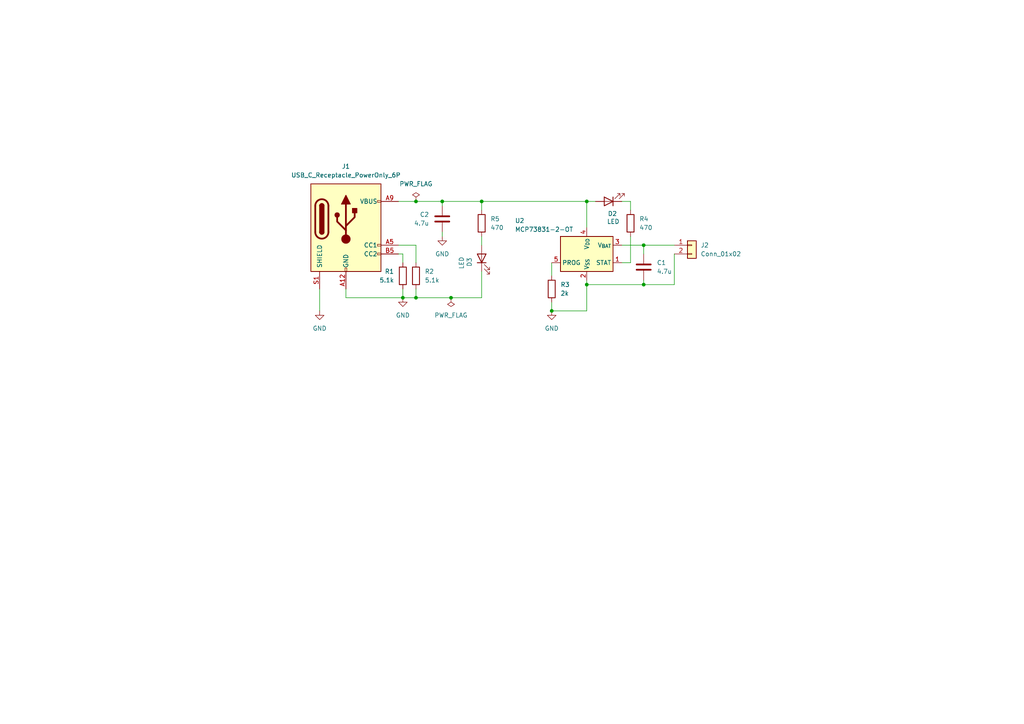
<source format=kicad_sch>
(kicad_sch (version 20250114) (generator "eeschema") (generator_version "9.0")
  (paper "A4")
  (title_block (title "USB-C_LiPol_Charger") (date "2025-05-31") (rev "0"))
  (lib_symbols
    (symbol "Battery_Management:MCP73831-2-OT"
      (property "Reference" "U" (at -7.62 6.35 0))
      (property "Value" "MCP73831-2-OT" (at 1.27 6.35 0))
      (symbol "MCP73831-2-OT_0_1"
        (rectangle (start -7.62 5.08) (end 7.62 -5.08) (stroke (width 0.254)) (fill (type background)))
      )
      (symbol "MCP73831-2-OT_1_1"
        (pin input line (at -10.16 -2.54 0) (length 2.54) (name "PROG") (number "5"))
        (pin power_in line (at 0 7.62 270) (length 2.54) (name "V_{DD}") (number "4"))
        (pin power_in line (at 0 -7.62 90) (length 2.54) (name "V_{SS}") (number "2"))
        (pin power_out line (at 10.16 2.54 180) (length 2.54) (name "V_{BAT}") (number "3"))
        (pin tri_state line (at 10.16 -2.54 180) (length 2.54) (name "STAT") (number "1"))
      )
    )
    (symbol "Connector:USB_C_Receptacle_PowerOnly_6P" (pin_names (offset 1.016))
      (property "Reference" "J" (at 0 16.51 0))
      (property "Value" "USB_C_Receptacle_PowerOnly_6P" (at 0 13.97 0))
      (symbol "USB_C_Receptacle_PowerOnly_6P_0_0"
        (rectangle (start -0.254 -12.7) (end 0.254 -11.684))
        (rectangle (start 10.16 7.874) (end 9.144 7.366))
        (rectangle (start 10.16 -4.826) (end 9.144 -5.334))
        (rectangle (start 10.16 -7.366) (end 9.144 -7.874))
      )
      (symbol "USB_C_Receptacle_PowerOnly_6P_0_1"
        (rectangle (start -10.16 12.7) (end 10.16 -12.7) (stroke (width 0.254)) (fill (type background)))
        (polyline (pts (xy -8.89 -1.27) (xy -8.89 6.35)) (stroke (width 0.508)))
        (rectangle (start -7.62 -1.27) (end -6.35 6.35) (stroke (width 0.254)) (fill (type outline)))
        (arc (start -7.62 6.35) (mid -6.985 6.9823) (end -6.35 6.35) (stroke (width 0.254)))
        (arc (start -7.62 6.35) (mid -6.985 6.9823) (end -6.35 6.35) (stroke (width 0.254)) (fill (type outline)))
        (arc (start -8.89 6.35) (mid -6.985 8.2467) (end -5.08 6.35) (stroke (width 0.508)))
        (arc (start -5.08 -1.27) (mid -6.985 -3.1667) (end -8.89 -1.27) (stroke (width 0.508)))
        (arc (start -6.35 -1.27) (mid -6.985 -1.9023) (end -7.62 -1.27) (stroke (width 0.254)))
        (arc (start -6.35 -1.27) (mid -6.985 -1.9023) (end -7.62 -1.27) (stroke (width 0.254)) (fill (type outline)))
        (polyline (pts (xy -5.08 6.35) (xy -5.08 -1.27)) (stroke (width 0.508)))
        (circle (center -2.54 3.683) (radius 0.635) (stroke (width 0.254)) (fill (type outline)))
        (polyline (pts (xy -1.27 6.858) (xy 0 9.398) (xy 1.27 6.858) (xy -1.27 6.858)) (stroke (width 0.254)) (fill (type outline)))
        (polyline (pts (xy 0 0.508) (xy 2.54 3.048) (xy 2.54 4.318)) (stroke (width 0.508)))
        (polyline (pts (xy 0 -0.762) (xy -2.54 1.778) (xy -2.54 3.048)) (stroke (width 0.508)))
        (polyline (pts (xy 0 -3.302) (xy 0 6.858)) (stroke (width 0.508)))
        (circle (center 0 -3.302) (radius 1.27) (fill (type outline)))
        (rectangle (start 1.905 4.318) (end 3.175 5.588) (stroke (width 0.254)) (fill (type outline)))
      )
      (symbol "USB_C_Receptacle_PowerOnly_6P_1_1"
        (pin passive line (at -7.62 -17.78 90) (length 5.08) (name "SHIELD") (number "S1"))
        (pin passive line (at 0 -17.78 90) (length 5.08) (name "GND") (number "A12"))
        (pin passive line (at 0 -17.78 90) (length 5.08) (hide yes) (name "GND") (number "B12"))
        (pin passive line (at 15.24 7.62 180) (length 5.08) (name "VBUS") (number "A9"))
        (pin passive line (at 15.24 7.62 180) (length 5.08) (hide yes) (name "VBUS") (number "B9"))
        (pin bidirectional line (at 15.24 -5.08 180) (length 5.08) (name "CC1") (number "A5"))
        (pin bidirectional line (at 15.24 -7.62 180) (length 5.08) (name "CC2") (number "B5"))
      )
    )
    (symbol "Connector_Generic:Conn_01x02" (pin_names (offset 1.016) (hide yes))
      (property "Reference" "J" (at 0 2.54 0))
      (property "Value" "Conn_01x02" (at 0 -5.08 0))
      (symbol "Conn_01x02_1_1"
        (rectangle (start -1.27 1.27) (end 1.27 -3.81) (stroke (width 0.254)) (fill (type background)))
        (rectangle (start -1.27 0.127) (end 0 -0.127) (stroke (width 0.1524)))
        (rectangle (start -1.27 -2.413) (end 0 -2.667) (stroke (width 0.1524)))
        (pin passive line (at -5.08 0 0) (length 3.81) (name "Pin_1") (number "1"))
        (pin passive line (at -5.08 -2.54 0) (length 3.81) (name "Pin_2") (number "2"))
      )
    )
    (symbol "Device:C" (pin_numbers (hide yes)) (pin_names (offset 0.254))
      (property "Reference" "C" (at 0.635 2.54 0))
      (property "Value" "C" (at 0.635 -2.54 0))
      (symbol "C_0_1"
        (polyline (pts (xy -2.032 0.762) (xy 2.032 0.762)) (stroke (width 0.508)))
        (polyline (pts (xy -2.032 -0.762) (xy 2.032 -0.762)) (stroke (width 0.508)))
      )
      (symbol "C_1_1"
        (pin passive line (at 0 3.81 270) (length 2.794) (name "~") (number "1"))
        (pin passive line (at 0 -3.81 90) (length 2.794) (name "~") (number "2"))
      )
    )
    (symbol "Device:LED" (pin_numbers (hide yes)) (pin_names (offset 1.016) (hide yes))
      (property "Reference" "D" (at 0 2.54 0))
      (property "Value" "LED" (at 0 -2.54 0))
      (symbol "LED_0_1"
        (polyline (pts (xy -3.048 -0.762) (xy -4.572 -2.286) (xy -3.81 -2.286) (xy -4.572 -2.286) (xy -4.572 -1.524)))
        (polyline (pts (xy -1.778 -0.762) (xy -3.302 -2.286) (xy -2.54 -2.286) (xy -3.302 -2.286) (xy -3.302 -1.524)))
        (polyline (pts (xy -1.27 0) (xy 1.27 0)))
        (polyline (pts (xy -1.27 -1.27) (xy -1.27 1.27)) (stroke (width 0.254)))
        (polyline (pts (xy 1.27 -1.27) (xy 1.27 1.27) (xy -1.27 0) (xy 1.27 -1.27)) (stroke (width 0.254)))
      )
      (symbol "LED_1_1"
        (pin passive line (at -3.81 0 0) (length 2.54) (name "K") (number "1"))
        (pin passive line (at 3.81 0 180) (length 2.54) (name "A") (number "2"))
      )
    )
    (symbol "Device:R" (pin_numbers (hide yes)) (pin_names (offset 0))
      (property "Reference" "R" (at 2.032 0 90))
      (property "Value" "R" (at 0 0 90))
      (symbol "R_0_1"
        (rectangle (start -1.016 -2.54) (end 1.016 2.54) (stroke (width 0.254)))
      )
      (symbol "R_1_1"
        (pin passive line (at 0 3.81 270) (length 1.27) (name "~") (number "1"))
        (pin passive line (at 0 -3.81 90) (length 1.27) (name "~") (number "2"))
      )
    )
    (symbol "power:GND" (power) (pin_numbers (hide yes)) (pin_names (offset 0) (hide yes))
      (property "Value" "GND" (at 0 -3.81 0))
      (symbol "GND_0_1"
        (polyline (pts (xy 0 0) (xy 0 -1.27) (xy 1.27 -1.27) (xy 0 -2.54) (xy -1.27 -1.27) (xy 0 -1.27)))
      )
      (symbol "GND_1_1"
        (pin power_in line (at 0 0 270) (length 0) (name "~") (number "1"))
      )
    )
    (symbol "power:PWR_FLAG" (power) (pin_numbers (hide yes)) (pin_names (offset 0) (hide yes))
      (property "Value" "PWR_FLAG" (at 0 3.81 0))
      (symbol "PWR_FLAG_0_0"
        (pin power_out line (at 0 0 90) (length 0) (name "~") (number "1"))
      )
      (symbol "PWR_FLAG_0_1"
        (polyline (pts (xy 0 0) (xy 0 1.27) (xy -1.016 1.905) (xy 0 2.54) (xy 1.016 1.905) (xy 0 1.27)))
      )
    )
  )
  (junction (at 120.65 58.42))
  (junction (at 160.02 90.17))
  (junction (at 170.18 58.42))
  (junction (at 128.27 58.42))
  (junction (at 170.18 82.55))
  (junction (at 186.69 71.12))
  (junction (at 186.69 82.55))
  (junction (at 116.84 86.36))
  (junction (at 120.65 86.36))
  (junction (at 139.7 58.42))
  (junction (at 130.81 86.36))
  (wire (pts (xy 186.69 71.12) (xy 186.69 73.66)))
  (wire (pts (xy 180.34 71.12) (xy 186.69 71.12)))
  (wire (pts (xy 182.88 68.58) (xy 182.88 76.2)))
  (wire (pts (xy 100.33 86.36) (xy 116.84 86.36)))
  (wire (pts (xy 128.27 67.31) (xy 128.27 68.58)))
  (wire (pts (xy 130.81 86.36) (xy 139.7 86.36)))
  (wire (pts (xy 116.84 83.82) (xy 116.84 86.36)))
  (wire (pts (xy 182.88 76.2) (xy 180.34 76.2)))
  (wire (pts (xy 170.18 81.28) (xy 170.18 82.55)))
  (wire (pts (xy 160.02 87.63) (xy 160.02 90.17)))
  (wire (pts (xy 160.02 90.17) (xy 170.18 90.17)))
  (wire (pts (xy 139.7 78.74) (xy 139.7 86.36)))
  (wire (pts (xy 120.65 83.82) (xy 120.65 86.36)))
  (wire (pts (xy 120.65 58.42) (xy 128.27 58.42)))
  (wire (pts (xy 182.88 58.42) (xy 180.34 58.42)))
  (wire (pts (xy 139.7 58.42) (xy 170.18 58.42)))
  (wire (pts (xy 182.88 60.96) (xy 182.88 58.42)))
  (wire (pts (xy 139.7 68.58) (xy 139.7 71.12)))
  (wire (pts (xy 115.57 71.12) (xy 120.65 71.12)))
  (wire (pts (xy 115.57 73.66) (xy 116.84 73.66)))
  (wire (pts (xy 170.18 58.42) (xy 170.18 66.04)))
  (wire (pts (xy 92.71 83.82) (xy 92.71 90.17)))
  (wire (pts (xy 120.65 86.36) (xy 130.81 86.36)))
  (wire (pts (xy 160.02 76.2) (xy 160.02 80.01)))
  (wire (pts (xy 128.27 58.42) (xy 139.7 58.42)))
  (wire (pts (xy 100.33 86.36) (xy 100.33 83.82)))
  (wire (pts (xy 186.69 81.28) (xy 186.69 82.55)))
  (wire (pts (xy 195.58 73.66) (xy 195.58 82.55)))
  (wire (pts (xy 116.84 86.36) (xy 120.65 86.36)))
  (wire (pts (xy 115.57 58.42) (xy 120.65 58.42)))
  (wire (pts (xy 170.18 82.55) (xy 170.18 90.17)))
  (wire (pts (xy 139.7 58.42) (xy 139.7 60.96)))
  (wire (pts (xy 170.18 58.42) (xy 172.72 58.42)))
  (wire (pts (xy 128.27 58.42) (xy 128.27 59.69)))
  (wire (pts (xy 195.58 71.12) (xy 186.69 71.12)))
  (wire (pts (xy 120.65 71.12) (xy 120.65 76.2)))
  (wire (pts (xy 170.18 82.55) (xy 186.69 82.55)))
  (wire (pts (xy 116.84 73.66) (xy 116.84 76.2)))
  (wire (pts (xy 195.58 82.55) (xy 186.69 82.55)))
  (symbol (lib_id "Device:R") (at 160.02 83.82 0) (unit 1)
    (property "Reference" "R3" (at 162.56 82.5499 0) (effects (justify left)))
    (property "Value" "2k" (at 162.56 85.0899 0) (effects (justify left)))
    (property "Footprint" "Resistor_SMD:R_0603_1608Metric" (effects (hide yes)))
    (property "Description" "Resistor" (effects (hide yes)))
  )
  (symbol (lib_id "Device:R") (at 120.65 80.01 0) (unit 1)
    (property "Reference" "R2" (at 123.19 78.7399 0) (effects (justify left)))
    (property "Value" "5.1k" (at 123.19 81.2799 0) (effects (justify left)))
    (property "Footprint" "Resistor_SMD:R_0603_1608Metric" (effects (hide yes)))
    (property "Description" "Resistor" (effects (hide yes)))
  )
  (symbol (lib_id "power:GND") (at 116.84 86.36 0) (unit 1)
    (property "Reference" "#PWR02" (effects (hide yes)))
    (property "Value" "GND" (at 116.84 91.44 0))
    (property "Description" "Power symbol creates a global label with name \"GND\" , ground" (effects (hide yes)))
  )
  (symbol (lib_id "power:GND") (at 92.71 90.17 0) (unit 1)
    (property "Reference" "#PWR05" (effects (hide yes)))
    (property "Value" "GND" (at 92.71 95.25 0))
    (property "Description" "Power symbol creates a global label with name \"GND\" , ground" (effects (hide yes)))
  )
  (symbol (lib_id "Device:C") (at 186.69 77.47 0) (unit 1)
    (property "Reference" "C1" (at 190.5 76.1999 0) (effects (justify left)))
    (property "Value" "4.7u" (at 190.5 78.7399 0) (effects (justify left)))
    (property "Footprint" "Capacitor_SMD:C_0603_1608Metric" (effects (hide yes)))
    (property "Description" "Unpolarized capacitor" (effects (hide yes)))
  )
  (symbol (lib_id "Device:LED") (at 176.53 58.42 180) (unit 1)
    (property "Reference" "D2" (at 176.276 61.976 0) (effects (justify right)))
    (property "Value" "LED" (at 176.022 64.262 0) (effects (justify right)))
    (property "Footprint" "LED_SMD:LED_0603_1608Metric" (effects (hide yes)))
    (property "Description" "Light emitting diode" (effects (hide yes)))
    (property "Sim.Pins" "1=K 2=A" (effects (hide yes)))
  )
  (symbol (lib_id "power:PWR_FLAG") (at 130.81 86.36 180) (unit 1)
    (property "Reference" "#FLG02" (effects (hide yes)))
    (property "Value" "PWR_FLAG" (at 130.81 91.44 0))
    (property "Description" "Special symbol for telling ERC where power comes from" (effects (hide yes)))
  )
  (symbol (lib_id "Battery_Management:MCP73831-2-OT") (at 170.18 73.66 0) (unit 1)
    (property "Reference" "U2" (at 149.352 64.008 0) (effects (justify left)))
    (property "Value" "MCP73831-2-OT" (at 149.352 66.548 0) (effects (justify left)))
    (property "Footprint" "Package_TO_SOT_SMD:SOT-23-5" (effects (hide yes)))
    (property "Datasheet" "http://ww1.microchip.com/downloads/en/DeviceDoc/20001984g.pdf" (effects (hide yes)))
    (property "Description" "Single cell, Li-Ion/Li-Po charge management controller, 4.20V, Tri-State Status Output, in SOT23-5 package" (effects (hide yes)))
  )
  (symbol (lib_id "Device:R") (at 139.7 64.77 0) (unit 1)
    (property "Reference" "R5" (at 142.24 63.4999 0) (effects (justify left)))
    (property "Value" "470" (at 142.24 66.0399 0) (effects (justify left)))
    (property "Footprint" "Resistor_SMD:R_0603_1608Metric" (effects (hide yes)))
    (property "Description" "Resistor" (effects (hide yes)))
  )
  (symbol (lib_id "Device:LED") (at 139.7 74.93 90) (unit 1)
    (property "Reference" "D3" (at 136.144 74.676 0) (effects (justify right)))
    (property "Value" "LED" (at 133.858 74.422 0) (effects (justify right)))
    (property "Footprint" "LED_SMD:LED_0603_1608Metric" (effects (hide yes)))
    (property "Description" "Light emitting diode" (effects (hide yes)))
    (property "Sim.Pins" "1=K 2=A" (effects (hide yes)))
  )
  (symbol (lib_id "Device:R") (at 116.84 80.01 0) (unit 1)
    (property "Reference" "R1" (at 114.3 78.7399 0) (effects (justify right)))
    (property "Value" "5.1k" (at 114.3 81.2799 0) (effects (justify right)))
    (property "Footprint" "Resistor_SMD:R_0603_1608Metric" (effects (hide yes)))
    (property "Description" "Resistor" (effects (hide yes)))
  )
  (symbol (lib_id "power:GND") (at 128.27 68.58 0) (unit 1)
    (property "Reference" "#PWR04" (effects (hide yes)))
    (property "Value" "GND" (at 128.27 73.66 0))
    (property "Description" "Power symbol creates a global label with name \"GND\" , ground" (effects (hide yes)))
  )
  (symbol (lib_id "Device:R") (at 182.88 64.77 0) (unit 1)
    (property "Reference" "R4" (at 185.42 63.4999 0) (effects (justify left)))
    (property "Value" "470" (at 185.42 66.0399 0) (effects (justify left)))
    (property "Footprint" "Resistor_SMD:R_0603_1608Metric" (effects (hide yes)))
    (property "Description" "Resistor" (effects (hide yes)))
  )
  (symbol (lib_id "power:GND") (at 160.02 90.17 0) (unit 1)
    (property "Reference" "#PWR03" (effects (hide yes)))
    (property "Value" "GND" (at 160.02 95.25 0))
    (property "Description" "Power symbol creates a global label with name \"GND\" , ground" (effects (hide yes)))
  )
  (symbol (lib_id "Connector_Generic:Conn_01x02") (at 200.66 71.12 0) (unit 1)
    (property "Reference" "J2" (at 203.2 71.1199 0) (effects (justify left)))
    (property "Value" "Conn_01x02" (at 203.2 73.6599 0) (effects (justify left)))
    (property "Footprint" "Connector_JST:JST_PH_S2B-PH-K_1x02_P2.00mm_Horizontal" (effects (hide yes)))
    (property "Description" "Generic connector, single row, 01x02, script generated (kicad-library-utils/schlib/autogen/connector/)" (effects (hide yes)))
  )
  (symbol (lib_id "Connector:USB_C_Receptacle_PowerOnly_6P") (at 100.33 66.04 0) (unit 1)
    (property "Reference" "J1" (at 100.33 48.26 0))
    (property "Value" "USB_C_Receptacle_PowerOnly_6P" (at 100.33 50.8 0))
    (property "Footprint" "Connector_USB:USB_C_Receptacle_GCT_USB4125-xx-x_6P_TopMnt_Horizontal" (effects (hide yes)))
    (property "Datasheet" "https://www.usb.org/sites/default/files/documents/usb_type-c.zip" (effects (hide yes)))
    (property "Description" "USB Power-Only 6P Type-C Receptacle connector" (effects (hide yes)))
  )
  (symbol (lib_id "Device:C") (at 128.27 63.5 0) (mirror y) (unit 1)
    (property "Reference" "C2" (at 124.46 62.2299 0) (effects (justify left)))
    (property "Value" "4.7u" (at 124.46 64.7699 0) (effects (justify left)))
    (property "Footprint" "Capacitor_SMD:C_0603_1608Metric" (effects (hide yes)))
    (property "Description" "Unpolarized capacitor" (effects (hide yes)))
  )
  (symbol (lib_id "power:PWR_FLAG") (at 120.65 58.42 0) (unit 1)
    (property "Reference" "#FLG01" (effects (hide yes)))
    (property "Value" "PWR_FLAG" (at 120.65 53.34 0))
    (property "Description" "Special symbol for telling ERC where power comes from" (effects (hide yes)))
  )
)
</source>
